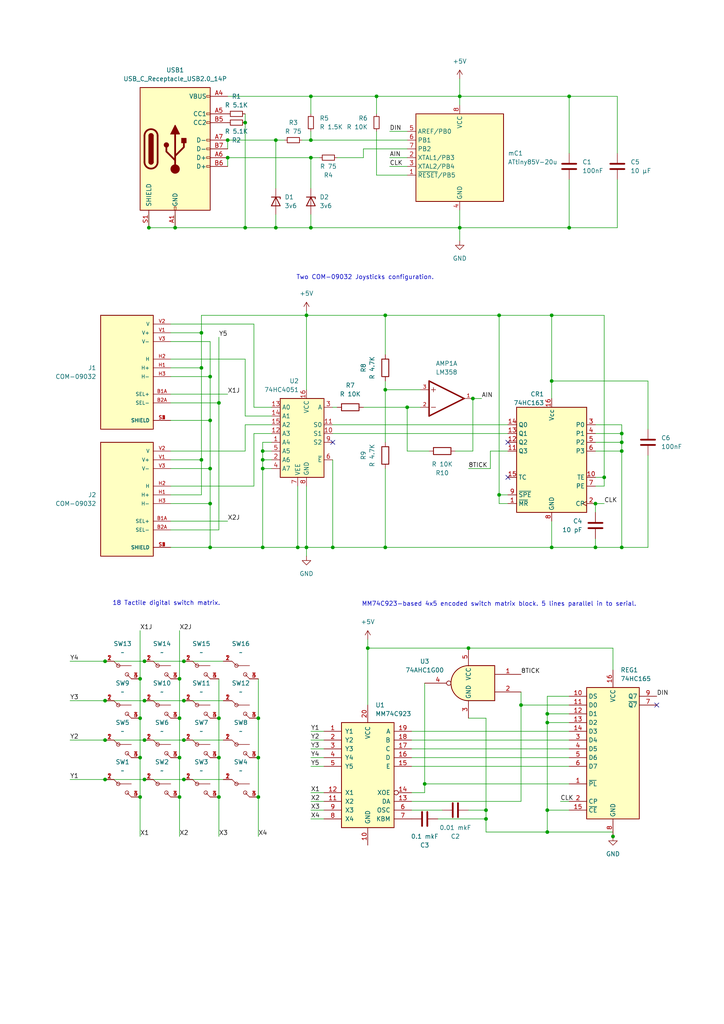
<source format=kicad_sch>
(kicad_sch (version 20231120) (generator "eeschema") (generator_version "8.0")
  (paper "A4" portrait)
  (title_block (title "Open GamePad Controller Scheme"))
  (lib_symbols
    (symbol "74xGxx:74AHC1G00"
      (property "Reference" "U" (at -2.54 3.81 0))
      (property "Value" "74AHC1G00" (at 0 -3.81 0))
      (symbol "74AHC1G00_0_1"
        (arc (start 0 -5.08) (mid 5.0579 0) (end 0 5.08) (stroke (width 0.254)) (fill (type background)))
        (polyline (pts (xy 0 -5.08) (xy -7.62 -5.08) (xy -7.62 5.08) (xy 0 5.08)) (stroke (width 0.254)) (fill (type background)))
      )
      (symbol "74AHC1G00_1_1"
        (pin input line (at -15.24 2.54 0) (length 7.62) (name "~") (number "1"))
        (pin input line (at -15.24 -2.54 0) (length 7.62) (name "~") (number "2"))
        (pin power_in line (at 0 -10.16 90) (length 5.08) (name "GND") (number "3"))
        (pin output inverted (at 12.7 0 180) (length 7.62) (name "~") (number "4"))
        (pin power_in line (at 0 10.16 270) (length 5.08) (name "VCC") (number "5"))
      )
    )
    (symbol "74xx:74HC165"
      (property "Reference" "U" (at -7.62 19.05 0))
      (property "Value" "74HC165" (at -7.62 -21.59 0))
      (symbol "74HC165_1_0"
        (pin input line (at -12.7 -10.16 0) (length 5.08) (name "~{PL}") (number "1"))
        (pin input line (at -12.7 15.24 0) (length 5.08) (name "DS") (number "10"))
        (pin input line (at -12.7 12.7 0) (length 5.08) (name "D0") (number "11"))
        (pin input line (at -12.7 10.16 0) (length 5.08) (name "D1") (number "12"))
        (pin input line (at -12.7 7.62 0) (length 5.08) (name "D2") (number "13"))
        (pin input line (at -12.7 5.08 0) (length 5.08) (name "D3") (number "14"))
        (pin input line (at -12.7 -17.78 0) (length 5.08) (name "~{CE}") (number "15"))
        (pin power_in line (at 0 22.86 270) (length 5.08) (name "VCC") (number "16"))
        (pin input line (at -12.7 -15.24 0) (length 5.08) (name "CP") (number "2"))
        (pin input line (at -12.7 2.54 0) (length 5.08) (name "D4") (number "3"))
        (pin input line (at -12.7 0 0) (length 5.08) (name "D5") (number "4"))
        (pin input line (at -12.7 -2.54 0) (length 5.08) (name "D6") (number "5"))
        (pin input line (at -12.7 -5.08 0) (length 5.08) (name "D7") (number "6"))
        (pin output line (at 12.7 12.7 180) (length 5.08) (name "~{Q7}") (number "7"))
        (pin power_in line (at 0 -25.4 90) (length 5.08) (name "GND") (number "8"))
        (pin output line (at 12.7 15.24 180) (length 5.08) (name "Q7") (number "9"))
      )
      (symbol "74HC165_1_1"
        (rectangle (start -7.62 17.78) (end 7.62 -20.32) (stroke (width 0.254)) (fill (type background)))
      )
    )
    (symbol "74xx:74HC4051"
      (property "Reference" "U" (at -5.08 11.43 0))
      (property "Value" "74HC4051" (at -7.62 -13.97 0))
      (symbol "74HC4051_0_1"
        (rectangle (start -5.08 10.16) (end 7.62 -12.7) (stroke (width 0.254)) (fill (type background)))
      )
      (symbol "74HC4051_1_1"
        (pin passive line (at 10.16 -2.54 180) (length 2.54) (name "A4") (number "1"))
        (pin input line (at -7.62 0 0) (length 2.54) (name "S1") (number "10"))
        (pin input line (at -7.62 2.54 0) (length 2.54) (name "S0") (number "11"))
        (pin passive line (at 10.16 0 180) (length 2.54) (name "A3") (number "12"))
        (pin passive line (at 10.16 7.62 180) (length 2.54) (name "A0") (number "13"))
        (pin passive line (at 10.16 5.08 180) (length 2.54) (name "A1") (number "14"))
        (pin passive line (at 10.16 2.54 180) (length 2.54) (name "A2") (number "15"))
        (pin power_in line (at 0 12.7 270) (length 2.54) (name "VCC") (number "16"))
        (pin passive line (at 10.16 -7.62 180) (length 2.54) (name "A6") (number "2"))
        (pin passive line (at -7.62 7.62 0) (length 2.54) (name "A") (number "3"))
        (pin passive line (at 10.16 -10.16 180) (length 2.54) (name "A7") (number "4"))
        (pin passive line (at 10.16 -5.08 180) (length 2.54) (name "A5") (number "5"))
        (pin input line (at -7.62 -7.62 0) (length 2.54) (name "~{E}") (number "6"))
        (pin power_in line (at 2.54 -15.24 90) (length 2.54) (name "VEE") (number "7"))
        (pin power_in line (at 0 -15.24 90) (length 2.54) (name "GND") (number "8"))
        (pin input line (at -7.62 -2.54 0) (length 2.54) (name "S2") (number "9"))
      )
    )
    (symbol "74xx:MM74C923" (pin_names (offset 1.016))
      (property "Reference" "U" (at -7.62 16.51 0))
      (property "Value" "MM74C923" (at -7.62 -16.51 0))
      (symbol "MM74C923_1_0"
        (pin input line (at -12.7 12.7 0) (length 5.08) (name "Y1") (number "1"))
        (pin power_in line (at 0 -20.32 90) (length 5.08) (name "GND") (number "10"))
        (pin output line (at -12.7 -7.62 0) (length 5.08) (name "X2") (number "11"))
        (pin output line (at -12.7 -5.08 0) (length 5.08) (name "X1") (number "12"))
        (pin output line (at 12.7 -7.62 180) (length 5.08) (name "DA") (number "13"))
        (pin input inverted (at 12.7 -5.08 180) (length 5.08) (name "XOE") (number "14"))
        (pin tri_state line (at 12.7 2.54 180) (length 5.08) (name "E") (number "15"))
        (pin tri_state line (at 12.7 5.08 180) (length 5.08) (name "D") (number "16"))
        (pin tri_state line (at 12.7 7.62 180) (length 5.08) (name "C") (number "17"))
        (pin tri_state line (at 12.7 10.16 180) (length 5.08) (name "B") (number "18"))
        (pin tri_state line (at 12.7 12.7 180) (length 5.08) (name "A") (number "19"))
        (pin input line (at -12.7 10.16 0) (length 5.08) (name "Y2") (number "2"))
        (pin power_in line (at 0 20.32 270) (length 5.08) (name "VCC") (number "20"))
        (pin input line (at -12.7 7.62 0) (length 5.08) (name "Y3") (number "3"))
        (pin input line (at -12.7 5.08 0) (length 5.08) (name "Y4") (number "4"))
        (pin input line (at -12.7 2.54 0) (length 5.08) (name "Y5") (number "5"))
        (pin input line (at 12.7 -10.16 180) (length 5.08) (name "OSC") (number "6"))
        (pin input line (at 12.7 -12.7 180) (length 5.08) (name "KBM") (number "7"))
        (pin output line (at -12.7 -12.7 0) (length 5.08) (name "X4") (number "8"))
        (pin output line (at -12.7 -10.16 0) (length 5.08) (name "X3") (number "9"))
      )
      (symbol "MM74C923_1_1"
        (rectangle (start -7.62 15.24) (end 7.62 -15.24) (stroke (width 0.254)) (fill (type background)))
      )
    )
    (symbol "COM-09032:COM-09032" (pin_names (offset 1.016))
      (property "Reference" "U" (at -7.62 16.002 0))
      (property "Value" "COM-09032" (at -7.62 -20.32 0))
      (symbol "COM-09032_0_0"
        (rectangle (start -7.62 -17.78) (end 7.62 15.24) (stroke (width 0.254)) (fill (type background)))
        (pin passive line (at -12.7 -7.62 0) (length 5.08) (name "SEL+") (number "B1A"))
        (pin passive line (at -12.7 -10.16 0) (length 5.08) (name "SEL-") (number "B2A"))
        (pin passive line (at -12.7 0 0) (length 5.08) (name "H+") (number "H1"))
        (pin passive line (at -12.7 2.54 0) (length 5.08) (name "H") (number "H2"))
        (pin passive line (at -12.7 -2.54 0) (length 5.08) (name "H-") (number "H3"))
        (pin passive line (at -12.7 -15.24 0) (length 5.08) (name "SHIELD") (number "S1"))
        (pin passive line (at -12.7 -15.24 0) (length 5.08) (name "SHIELD") (number "S2"))
        (pin passive line (at -12.7 -15.24 0) (length 5.08) (name "SHIELD") (number "S3"))
        (pin passive line (at -12.7 -15.24 0) (length 5.08) (name "SHIELD") (number "S4"))
        (pin passive line (at -12.7 10.16 0) (length 5.08) (name "V+") (number "V1"))
        (pin passive line (at -12.7 12.7 0) (length 5.08) (name "V") (number "V2"))
        (pin passive line (at -12.7 7.62 0) (length 5.08) (name "V-") (number "V3"))
      )
    )
    (symbol "Connector:USB_C_Receptacle_USB2.0_14P" (pin_names (offset 1.016))
      (property "Reference" "J" (at 0 22.225 0))
      (property "Value" "USB_C_Receptacle_USB2.0_14P" (at 0 19.685 0))
      (symbol "USB_C_Receptacle_USB2.0_14P_0_0"
        (rectangle (start -0.254 -17.78) (end 0.254 -16.764))
        (rectangle (start 10.16 -4.826) (end 9.144 -5.334))
        (rectangle (start 10.16 -2.286) (end 9.144 -2.794))
        (rectangle (start 10.16 0.254) (end 9.144 -0.254))
        (rectangle (start 10.16 2.794) (end 9.144 2.286))
        (rectangle (start 10.16 7.874) (end 9.144 7.366))
        (rectangle (start 10.16 10.414) (end 9.144 9.906))
        (rectangle (start 10.16 15.494) (end 9.144 14.986))
      )
      (symbol "USB_C_Receptacle_USB2.0_14P_0_1"
        (rectangle (start -10.16 17.78) (end 10.16 -17.78) (stroke (width 0.254)) (fill (type background)))
        (arc (start -8.89 -3.81) (mid -6.985 -5.7067) (end -5.08 -3.81) (stroke (width 0.508)))
        (arc (start -7.62 -3.81) (mid -6.985 -4.4423) (end -6.35 -3.81) (stroke (width 0.254)))
        (arc (start -7.62 -3.81) (mid -6.985 -4.4423) (end -6.35 -3.81) (stroke (width 0.254)) (fill (type outline)))
        (rectangle (start -7.62 -3.81) (end -6.35 3.81) (stroke (width 0.254)) (fill (type outline)))
        (arc (start -6.35 3.81) (mid -6.985 4.4423) (end -7.62 3.81) (stroke (width 0.254)))
        (arc (start -6.35 3.81) (mid -6.985 4.4423) (end -7.62 3.81) (stroke (width 0.254)) (fill (type outline)))
        (arc (start -5.08 3.81) (mid -6.985 5.7067) (end -8.89 3.81) (stroke (width 0.508)))
        (circle (center -2.54 1.143) (radius 0.635) (stroke (width 0.254)) (fill (type outline)))
        (circle (center 0 -5.842) (radius 1.27) (fill (type outline)))
        (polyline (pts (xy -8.89 -3.81) (xy -8.89 3.81)) (stroke (width 0.508)))
        (polyline (pts (xy -5.08 3.81) (xy -5.08 -3.81)) (stroke (width 0.508)))
        (polyline (pts (xy 0 -5.842) (xy 0 4.318)) (stroke (width 0.508)))
        (polyline (pts (xy 0 -3.302) (xy -2.54 -0.762) (xy -2.54 0.508)) (stroke (width 0.508)))
        (polyline (pts (xy 0 -2.032) (xy 2.54 0.508) (xy 2.54 1.778)) (stroke (width 0.508)))
        (polyline (pts (xy -1.27 4.318) (xy 0 6.858) (xy 1.27 4.318) (xy -1.27 4.318)) (stroke (width 0.254)) (fill (type outline)))
        (rectangle (start 1.905 1.778) (end 3.175 3.048) (stroke (width 0.254)) (fill (type outline)))
      )
      (symbol "USB_C_Receptacle_USB2.0_14P_1_1"
        (pin passive line (at 0 -22.86 90) (length 5.08) (name "GND") (number "A1"))
        (pin passive line (at 0 -22.86 90) (length 5.08) hide (name "GND") (number "A12"))
        (pin passive line (at 15.24 15.24 180) (length 5.08) (name "VBUS") (number "A4"))
        (pin bidirectional line (at 15.24 10.16 180) (length 5.08) (name "CC1") (number "A5"))
        (pin bidirectional line (at 15.24 -2.54 180) (length 5.08) (name "D+") (number "A6"))
        (pin bidirectional line (at 15.24 2.54 180) (length 5.08) (name "D-") (number "A7"))
        (pin passive line (at 15.24 15.24 180) (length 5.08) hide (name "VBUS") (number "A9"))
        (pin passive line (at 0 -22.86 90) (length 5.08) hide (name "GND") (number "B1"))
        (pin passive line (at 0 -22.86 90) (length 5.08) hide (name "GND") (number "B12"))
        (pin passive line (at 15.24 15.24 180) (length 5.08) hide (name "VBUS") (number "B4"))
        (pin bidirectional line (at 15.24 7.62 180) (length 5.08) (name "CC2") (number "B5"))
        (pin bidirectional line (at 15.24 -5.08 180) (length 5.08) (name "D+") (number "B6"))
        (pin bidirectional line (at 15.24 0 180) (length 5.08) (name "D-") (number "B7"))
        (pin passive line (at 15.24 15.24 180) (length 5.08) hide (name "VBUS") (number "B9"))
        (pin passive line (at -7.62 -22.86 90) (length 5.08) (name "SHIELD") (number "S1"))
      )
    )
    (symbol "Device:C" (pin_numbers hide) (pin_names (offset 0.254))
      (property "Reference" "C" (at 0.635 2.54 0))
      (property "Value" "C" (at 0.635 -2.54 0))
      (symbol "C_0_1"
        (polyline (pts (xy -2.032 -0.762) (xy 2.032 -0.762)) (stroke (width 0.508)))
        (polyline (pts (xy -2.032 0.762) (xy 2.032 0.762)) (stroke (width 0.508)))
      )
      (symbol "C_1_1"
        (pin passive line (at 0 3.81 270) (length 2.794) (name "~") (number "1"))
        (pin passive line (at 0 -3.81 90) (length 2.794) (name "~") (number "2"))
      )
    )
    (symbol "Device:R" (pin_numbers hide) (pin_names (offset 0))
      (property "Reference" "R" (at 2.032 0 90))
      (property "Value" "R" (at 0 0 90))
      (symbol "R_0_1"
        (rectangle (start -1.016 -2.54) (end 1.016 2.54) (stroke (width 0.254)))
      )
      (symbol "R_1_1"
        (pin passive line (at 0 3.81 270) (length 1.27) (name "~") (number "1"))
        (pin passive line (at 0 -3.81 90) (length 1.27) (name "~") (number "2"))
      )
    )
    (symbol "Device:R_Small" (pin_numbers hide) (pin_names (offset 0.254) hide)
      (property "Reference" "R" (at 0.762 0.508 0))
      (property "Value" "R_Small" (at 0.762 -1.016 0))
      (symbol "R_Small_0_1"
        (rectangle (start -0.762 1.778) (end 0.762 -1.778) (stroke (width 0.2032)))
      )
      (symbol "R_Small_1_1"
        (pin passive line (at 0 2.54 270) (length 0.762) (name "~") (number "1"))
        (pin passive line (at 0 -2.54 90) (length 0.762) (name "~") (number "2"))
      )
    )
    (symbol "Diode:BZV55B3V6" (pin_numbers hide) (pin_names hide)
      (property "Reference" "D" (at 0 2.54 0))
      (property "Value" "BZV55B3V6" (at 0 -2.54 0))
      (symbol "BZV55B3V6_0_1"
        (polyline (pts (xy 1.27 0) (xy -1.27 0)))
        (polyline (pts (xy -1.27 -1.27) (xy -1.27 1.27) (xy -0.762 1.27)) (stroke (width 0.254)))
        (polyline (pts (xy 1.27 -1.27) (xy 1.27 1.27) (xy -1.27 0) (xy 1.27 -1.27)) (stroke (width 0.254)))
      )
      (symbol "BZV55B3V6_1_1"
        (pin passive line (at -3.81 0 0) (length 2.54) (name "K") (number "1"))
        (pin passive line (at 3.81 0 180) (length 2.54) (name "A") (number "2"))
      )
    )
    (symbol "LM358:LM358" (pin_names (offset 1.016))
      (property "Reference" "U" (at 2.54 3.175 0))
      (property "Value" "LM358" (at 2.54 -5.08 0))
      (symbol "LM358_1_0"
        (polyline (pts (xy -5.08 -5.08) (xy 5.08 0)) (stroke (width 0.4064)))
        (polyline (pts (xy -5.08 5.08) (xy -5.08 -5.08)) (stroke (width 0.4064)))
        (polyline (pts (xy -4.445 -2.54) (xy -3.175 -2.54)) (stroke (width 0.1524)))
        (polyline (pts (xy -4.445 2.54) (xy -3.175 2.54)) (stroke (width 0.1524)))
        (polyline (pts (xy -3.81 3.175) (xy -3.81 1.905)) (stroke (width 0.1524)))
        (polyline (pts (xy 5.08 0) (xy -5.08 5.08)) (stroke (width 0.4064)))
        (pin output line (at 7.62 0 180) (length 2.54) (name "~") (number "1"))
        (pin input line (at -7.62 -2.54 0) (length 2.54) (name "~") (number "2"))
        (pin input line (at -7.62 2.54 0) (length 2.54) (name "~") (number "3"))
      )
      (symbol "LM358_2_0"
        (polyline (pts (xy -5.08 -5.08) (xy 5.08 0)) (stroke (width 0.4064)))
        (polyline (pts (xy -5.08 5.08) (xy -5.08 -5.08)) (stroke (width 0.4064)))
        (polyline (pts (xy -4.445 -2.54) (xy -3.175 -2.54)) (stroke (width 0.1524)))
        (polyline (pts (xy -4.445 2.54) (xy -3.175 2.54)) (stroke (width 0.1524)))
        (polyline (pts (xy -3.81 3.175) (xy -3.81 1.905)) (stroke (width 0.1524)))
        (polyline (pts (xy 5.08 0) (xy -5.08 5.08)) (stroke (width 0.4064)))
        (pin input line (at -7.62 2.54 0) (length 2.54) (name "~") (number "5"))
        (pin input line (at -7.62 -2.54 0) (length 2.54) (name "~") (number "6"))
        (pin output line (at 7.62 0 180) (length 2.54) (name "~") (number "7"))
      )
      (symbol "LM358_3_0"
        (text "V+" (at 1.27 3.175 900) (effects (font (size 0.8128 0.8128)) (justify left bottom)))
        (text "V-" (at 1.27 -4.445 900) (effects (font (size 0.8128 0.8128)) (justify left bottom)))
        (pin power_in line (at 0 -7.62 90) (length 5.08) (name "~") (number "4"))
        (pin power_in line (at 0 7.62 270) (length 5.08) (name "~") (number "8"))
      )
    )
    (symbol "MCU_Microchip_ATtiny:ATtiny85V-10S"
      (property "Reference" "U" (at -12.7 13.97 0))
      (property "Value" "ATtiny85V-10S" (at 2.54 -13.97 0))
      (symbol "ATtiny85V-10S_0_1"
        (rectangle (start -12.7 -12.7) (end 12.7 12.7) (stroke (width 0.254)) (fill (type background)))
      )
      (symbol "ATtiny85V-10S_1_1"
        (pin bidirectional line (at 15.24 -5.08 180) (length 2.54) (name "~{RESET}/PB5") (number "1"))
        (pin bidirectional line (at 15.24 0 180) (length 2.54) (name "XTAL1/PB3") (number "2"))
        (pin bidirectional line (at 15.24 -2.54 180) (length 2.54) (name "XTAL2/PB4") (number "3"))
        (pin power_in line (at 0 -15.24 90) (length 2.54) (name "GND") (number "4"))
        (pin bidirectional line (at 15.24 7.62 180) (length 2.54) (name "AREF/PB0") (number "5"))
        (pin bidirectional line (at 15.24 5.08 180) (length 2.54) (name "PB1") (number "6"))
        (pin bidirectional line (at 15.24 2.54 180) (length 2.54) (name "PB2") (number "7"))
        (pin power_in line (at 0 15.24 270) (length 2.54) (name "VCC") (number "8"))
      )
    )
    (symbol "custom:74HC163"
      (property "Reference" "CR" (at -3.556 20.574 0))
      (symbol "74HC163_1_1"
        (rectangle (start -10.16 15.24) (end 10.16 -15.24) (stroke (width 0.254)) (fill (type background)))
        (pin input line (at 12.7 -12.7 180) (length 2.54) (name "~{MR}") (number "1"))
        (pin input line (at -12.7 -5.08 0) (length 2.54) (name "TE") (number "10"))
        (pin output line (at 12.7 2.54 180) (length 2.54) (name "Q3") (number "11"))
        (pin output line (at 12.7 5.08 180) (length 2.54) (name "Q2") (number "12"))
        (pin output line (at 12.7 7.62 180) (length 2.54) (name "Q1") (number "13"))
        (pin output line (at 12.7 10.16 180) (length 2.54) (name "Q0") (number "14"))
        (pin input line (at 12.7 -5.08 180) (length 2.54) (name "TC") (number "15"))
        (pin power_in line (at 0 17.78 270) (length 2.54) (name "Vcc") (number "16"))
        (pin input clock (at -12.7 -12.7 0) (length 2.54) (name "CP") (number "2"))
        (pin input line (at -12.7 10.16 0) (length 2.54) (name "P0") (number "3"))
        (pin input line (at -12.7 7.62 0) (length 2.54) (name "P1") (number "4"))
        (pin input line (at -12.7 5.08 0) (length 2.54) (name "P2") (number "5"))
        (pin input line (at -12.7 2.54 0) (length 2.54) (name "P3") (number "6"))
        (pin input line (at -12.7 -7.62 0) (length 2.54) (name "PE") (number "7"))
        (pin power_in line (at 0 -17.78 90) (length 2.54) (name "GND") (number "8"))
        (pin input line (at 12.7 -10.16 180) (length 2.54) (name "~{SPE}") (number "9"))
      )
    )
    (symbol "custom:SW_SPST_45_DEG" (pin_names (offset 0) hide)
      (property "Reference" "SW" (at 0.508 2.286 0))
      (property "Value" "SW_SPST_45_DEG" (at 0 0 0))
      (symbol "SW_SPST_45_DEG_0_0"
        (circle (center -1.27 1.27) (radius 0.508))
        (circle (center 1.27 -1.27) (radius 0.508))
      )
      (symbol "SW_SPST_45_DEG_0_1"
        (polyline (pts (xy -2.54 2.54) (xy -1.27 1.27)))
        (polyline (pts (xy -1.27 1.27) (xy -1.27 1.27)))
        (polyline (pts (xy -1.27 1.27) (xy 2.54 1.27)))
        (polyline (pts (xy 2.54 -2.54) (xy 1.27 -1.27)))
      )
      (symbol "SW_SPST_45_DEG_1_1"
        (pin passive line (at -5.08 2.54 0) (length 2.54) (name "A") (number "1"))
        (pin passive line (at -5.08 2.54 0) (length 2.54) (name "A") (number "2"))
        (pin passive line (at 5.08 -2.54 180) (length 2.54) (name "B") (number "3"))
        (pin passive line (at 5.08 -2.54 180) (length 2.54) (name "B") (number "4"))
      )
    )
    (symbol "power:+5V" (power) (pin_numbers hide) (pin_names (offset 0) hide)
      (property "Value" "+5V" (at 0 3.556 0))
      (symbol "+5V_0_1"
        (polyline (pts (xy -0.762 1.27) (xy 0 2.54)))
        (polyline (pts (xy 0 0) (xy 0 2.54)))
        (polyline (pts (xy 0 2.54) (xy 0.762 1.27)))
      )
      (symbol "+5V_1_1"
        (pin power_in line (at 0 0 90) (length 0) (name "~") (number "1"))
      )
    )
    (symbol "power:GND" (power) (pin_numbers hide) (pin_names (offset 0) hide)
      (property "Value" "GND" (at 0 -3.81 0))
      (symbol "GND_0_1"
        (polyline (pts (xy 0 0) (xy 0 -1.27) (xy 1.27 -1.27) (xy 0 -2.54) (xy -1.27 -1.27) (xy 0 -1.27)))
      )
      (symbol "GND_1_1"
        (pin power_in line (at 0 0 270) (length 0) (name "~") (number "1"))
      )
    )
  )
  (junction (at 74.93 208.28))
  (junction (at 123.19 227.33))
  (junction (at 41.91 214.63))
  (junction (at 52.07 231.14))
  (junction (at 63.5 231.14))
  (junction (at 140.97 237.49))
  (junction (at 111.76 158.75))
  (junction (at 43.18 66.04))
  (junction (at 60.96 146.05))
  (junction (at 151.13 204.47))
  (junction (at 90.17 45.72))
  (junction (at 52.07 219.71))
  (junction (at 118.11 118.11))
  (junction (at 53.34 203.2))
  (junction (at 30.48 226.06))
  (junction (at 71.12 66.04))
  (junction (at 144.78 91.44))
  (junction (at 41.91 226.06))
  (junction (at 30.48 214.63))
  (junction (at 74.93 231.14))
  (junction (at 88.9 91.44))
  (junction (at 133.35 66.04))
  (junction (at 160.02 110.49))
  (junction (at 180.34 128.27))
  (junction (at 30.48 191.77))
  (junction (at 40.64 208.28))
  (junction (at 111.76 91.44))
  (junction (at 74.93 219.71))
  (junction (at 90.17 40.64))
  (junction (at 109.22 27.94))
  (junction (at 133.35 27.94))
  (junction (at 172.72 146.05))
  (junction (at 63.5 219.71))
  (junction (at 165.1 27.94))
  (junction (at 53.34 214.63))
  (junction (at 58.42 133.35))
  (junction (at 180.34 130.81))
  (junction (at 53.34 226.06))
  (junction (at 58.42 96.52))
  (junction (at 111.76 113.03))
  (junction (at 140.97 234.95))
  (junction (at 158.75 234.95))
  (junction (at 63.5 208.28))
  (junction (at 165.1 66.04))
  (junction (at 40.64 219.71))
  (junction (at 60.96 135.89))
  (junction (at 53.34 191.77))
  (junction (at 50.8 66.04))
  (junction (at 58.42 106.68))
  (junction (at 180.34 158.75))
  (junction (at 76.2 130.81))
  (junction (at 172.72 158.75))
  (junction (at 175.26 138.43))
  (junction (at 90.17 27.94))
  (junction (at 66.04 40.64))
  (junction (at 30.48 203.2))
  (junction (at 66.04 45.72))
  (junction (at 158.75 209.55))
  (junction (at 60.96 158.75))
  (junction (at 41.91 203.2))
  (junction (at 40.64 231.14))
  (junction (at 71.12 35.56))
  (junction (at 160.02 91.44))
  (junction (at 52.07 208.28))
  (junction (at 76.2 135.89))
  (junction (at 106.68 187.96))
  (junction (at 137.16 115.57))
  (junction (at 80.01 66.04))
  (junction (at 52.07 196.85))
  (junction (at 177.8 242.57))
  (junction (at 90.17 66.04))
  (junction (at 76.2 158.75))
  (junction (at 41.91 191.77))
  (junction (at 135.89 187.96))
  (junction (at 60.96 121.92))
  (junction (at 158.75 241.3))
  (junction (at 180.34 125.73))
  (junction (at 60.96 109.22))
  (junction (at 160.02 158.75))
  (junction (at 40.64 196.85))
  (junction (at 96.52 158.75))
  (junction (at 63.5 116.84))
  (junction (at 76.2 133.35))
  (junction (at 88.9 158.75))
  (junction (at 80.01 40.64))
  (junction (at 144.78 143.51))
  (junction (at 158.75 207.01))
  (junction (at 86.36 158.75))
  (no_connect (at 190.5 204.47))
  (no_connect (at 147.32 138.43))
  (no_connect (at 96.52 128.27))
  (no_connect (at 147.32 128.27))
  (wire (pts (xy 80.01 40.64) (xy 80.01 54.61)))
  (wire (pts (xy 20.32 226.06) (xy 30.48 226.06)))
  (wire (pts (xy 66.04 45.72) (xy 90.17 45.72)))
  (wire (pts (xy 66.04 40.64) (xy 66.04 43.18)))
  (wire (pts (xy 90.17 66.04) (xy 133.35 66.04)))
  (wire (pts (xy 96.52 118.11) (xy 97.79 118.11)))
  (wire (pts (xy 49.53 116.84) (xy 63.5 116.84)))
  (wire (pts (xy 165.1 234.95) (xy 158.75 234.95)))
  (wire (pts (xy 113.03 38.1) (xy 118.11 38.1)))
  (wire (pts (xy 137.16 115.57) (xy 139.7 115.57)))
  (wire (pts (xy 60.96 146.05) (xy 60.96 135.89)))
  (wire (pts (xy 165.1 27.94) (xy 179.07 27.94)))
  (wire (pts (xy 41.91 226.06) (xy 53.34 226.06)))
  (wire (pts (xy 53.34 191.77) (xy 64.77 191.77)))
  (wire (pts (xy 160.02 91.44) (xy 144.78 91.44)))
  (wire (pts (xy 60.96 99.06) (xy 49.53 99.06)))
  (wire (pts (xy 52.07 231.14) (xy 52.07 242.57)))
  (wire (pts (xy 158.75 234.95) (xy 158.75 209.55)))
  (wire (pts (xy 90.17 219.71) (xy 93.98 219.71)))
  (wire (pts (xy 53.34 203.2) (xy 64.77 203.2)))
  (wire (pts (xy 43.18 66.04) (xy 50.8 66.04)))
  (wire (pts (xy 76.2 130.81) (xy 76.2 133.35)))
  (wire (pts (xy 71.12 123.19) (xy 78.74 123.19)))
  (wire (pts (xy 119.38 229.87) (xy 123.19 229.87)))
  (wire (pts (xy 119.38 212.09) (xy 165.1 212.09)))
  (wire (pts (xy 71.12 66.04) (xy 80.01 66.04)))
  (wire (pts (xy 105.41 43.18) (xy 118.11 43.18)))
  (wire (pts (xy 90.17 62.23) (xy 90.17 66.04)))
  (wire (pts (xy 73.66 118.11) (xy 78.74 118.11)))
  (wire (pts (xy 135.89 234.95) (xy 140.97 234.95)))
  (wire (pts (xy 109.22 27.94) (xy 133.35 27.94)))
  (wire (pts (xy 49.53 93.98) (xy 73.66 93.98)))
  (wire (pts (xy 30.48 203.2) (xy 41.91 203.2)))
  (wire (pts (xy 76.2 135.89) (xy 78.74 135.89)))
  (wire (pts (xy 86.36 158.75) (xy 88.9 158.75)))
  (wire (pts (xy 113.03 48.26) (xy 118.11 48.26)))
  (wire (pts (xy 172.72 128.27) (xy 180.34 128.27)))
  (wire (pts (xy 119.38 219.71) (xy 165.1 219.71)))
  (wire (pts (xy 53.34 226.06) (xy 64.77 226.06)))
  (wire (pts (xy 49.53 114.3) (xy 66.04 114.3)))
  (wire (pts (xy 96.52 125.73) (xy 147.32 125.73)))
  (wire (pts (xy 90.17 232.41) (xy 93.98 232.41)))
  (wire (pts (xy 71.12 33.02) (xy 71.12 35.56)))
  (wire (pts (xy 60.96 135.89) (xy 60.96 121.92)))
  (wire (pts (xy 144.78 146.05) (xy 147.32 146.05)))
  (wire (pts (xy 71.12 104.14) (xy 71.12 120.65)))
  (wire (pts (xy 43.18 62.23) (xy 43.18 66.04)))
  (wire (pts (xy 135.89 208.28) (xy 140.97 208.28)))
  (wire (pts (xy 63.5 153.67) (xy 49.53 153.67)))
  (wire (pts (xy 180.34 125.73) (xy 180.34 123.19)))
  (wire (pts (xy 111.76 91.44) (xy 111.76 102.87)))
  (wire (pts (xy 123.19 229.87) (xy 123.19 227.33)))
  (wire (pts (xy 111.76 113.03) (xy 111.76 128.27)))
  (wire (pts (xy 66.04 27.94) (xy 90.17 27.94)))
  (wire (pts (xy 73.66 93.98) (xy 73.66 118.11)))
  (wire (pts (xy 144.78 91.44) (xy 111.76 91.44)))
  (wire (pts (xy 49.53 96.52) (xy 58.42 96.52)))
  (wire (pts (xy 90.17 217.17) (xy 93.98 217.17)))
  (wire (pts (xy 74.93 219.71) (xy 74.93 231.14)))
  (wire (pts (xy 162.56 232.41) (xy 165.1 232.41)))
  (wire (pts (xy 60.96 109.22) (xy 60.96 99.06)))
  (wire (pts (xy 90.17 27.94) (xy 109.22 27.94)))
  (wire (pts (xy 106.68 187.96) (xy 106.68 204.47)))
  (wire (pts (xy 158.75 201.93) (xy 158.75 207.01)))
  (wire (pts (xy 76.2 158.75) (xy 86.36 158.75)))
  (wire (pts (xy 49.53 121.92) (xy 60.96 121.92)))
  (wire (pts (xy 172.72 138.43) (xy 175.26 138.43)))
  (wire (pts (xy 175.26 91.44) (xy 160.02 91.44)))
  (wire (pts (xy 88.9 90.17) (xy 88.9 91.44)))
  (wire (pts (xy 165.1 27.94) (xy 133.35 27.94)))
  (wire (pts (xy 137.16 130.81) (xy 137.16 115.57)))
  (wire (pts (xy 142.24 130.81) (xy 147.32 130.81)))
  (wire (pts (xy 90.17 40.64) (xy 87.63 40.64)))
  (wire (pts (xy 109.22 38.1) (xy 109.22 50.8)))
  (wire (pts (xy 73.66 125.73) (xy 78.74 125.73)))
  (wire (pts (xy 133.35 66.04) (xy 133.35 69.85)))
  (wire (pts (xy 172.72 158.75) (xy 180.34 158.75)))
  (wire (pts (xy 78.74 128.27) (xy 76.2 128.27)))
  (wire (pts (xy 40.64 196.85) (xy 40.64 208.28)))
  (wire (pts (xy 40.64 208.28) (xy 40.64 219.71)))
  (wire (pts (xy 74.93 208.28) (xy 74.93 219.71)))
  (wire (pts (xy 88.9 140.97) (xy 88.9 158.75)))
  (wire (pts (xy 144.78 143.51) (xy 144.78 146.05)))
  (wire (pts (xy 90.17 45.72) (xy 92.71 45.72)))
  (wire (pts (xy 49.53 104.14) (xy 71.12 104.14)))
  (wire (pts (xy 80.01 40.64) (xy 66.04 40.64)))
  (wire (pts (xy 63.5 208.28) (xy 63.5 219.71)))
  (wire (pts (xy 140.97 208.28) (xy 140.97 234.95)))
  (wire (pts (xy 60.96 121.92) (xy 60.96 109.22)))
  (wire (pts (xy 187.96 132.08) (xy 187.96 158.75)))
  (wire (pts (xy 179.07 27.94) (xy 179.07 44.45)))
  (wire (pts (xy 40.64 219.71) (xy 40.64 231.14)))
  (wire (pts (xy 172.72 125.73) (xy 180.34 125.73)))
  (wire (pts (xy 106.68 187.96) (xy 135.89 187.96)))
  (wire (pts (xy 158.75 241.3) (xy 177.8 241.3)))
  (wire (pts (xy 71.12 120.65) (xy 78.74 120.65)))
  (wire (pts (xy 63.5 219.71) (xy 63.5 231.14)))
  (wire (pts (xy 118.11 130.81) (xy 118.11 118.11)))
  (wire (pts (xy 63.5 116.84) (xy 63.5 153.67)))
  (wire (pts (xy 158.75 234.95) (xy 158.75 241.3)))
  (wire (pts (xy 175.26 138.43) (xy 175.26 91.44)))
  (wire (pts (xy 165.1 44.45) (xy 165.1 27.94)))
  (wire (pts (xy 133.35 66.04) (xy 165.1 66.04)))
  (wire (pts (xy 135.89 135.89) (xy 142.24 135.89)))
  (wire (pts (xy 158.75 209.55) (xy 165.1 209.55)))
  (wire (pts (xy 52.07 208.28) (xy 52.07 219.71)))
  (wire (pts (xy 49.53 151.13) (xy 66.04 151.13)))
  (wire (pts (xy 90.17 27.94) (xy 90.17 33.02)))
  (wire (pts (xy 63.5 196.85) (xy 63.5 208.28)))
  (wire (pts (xy 158.75 201.93) (xy 165.1 201.93)))
  (wire (pts (xy 187.96 158.75) (xy 180.34 158.75)))
  (wire (pts (xy 172.72 146.05) (xy 172.72 148.59)))
  (wire (pts (xy 20.32 214.63) (xy 30.48 214.63)))
  (wire (pts (xy 76.2 128.27) (xy 76.2 130.81)))
  (wire (pts (xy 151.13 204.47) (xy 165.1 204.47)))
  (wire (pts (xy 66.04 45.72) (xy 66.04 48.26)))
  (wire (pts (xy 140.97 241.3) (xy 158.75 241.3)))
  (wire (pts (xy 20.32 203.2) (xy 30.48 203.2)))
  (wire (pts (xy 73.66 140.97) (xy 73.66 125.73)))
  (wire (pts (xy 160.02 158.75) (xy 160.02 151.13)))
  (wire (pts (xy 187.96 110.49) (xy 160.02 110.49)))
  (wire (pts (xy 172.72 140.97) (xy 175.26 140.97)))
  (wire (pts (xy 165.1 66.04) (xy 179.07 66.04)))
  (wire (pts (xy 74.93 231.14) (xy 74.93 242.57)))
  (wire (pts (xy 90.17 214.63) (xy 93.98 214.63)))
  (wire (pts (xy 118.11 118.11) (xy 121.92 118.11)))
  (wire (pts (xy 63.5 97.79) (xy 63.5 116.84)))
  (wire (pts (xy 172.72 130.81) (xy 180.34 130.81)))
  (wire (pts (xy 127 237.49) (xy 140.97 237.49)))
  (wire (pts (xy 187.96 124.46) (xy 187.96 110.49)))
  (wire (pts (xy 119.38 222.25) (xy 165.1 222.25)))
  (wire (pts (xy 41.91 191.77) (xy 53.34 191.77)))
  (wire (pts (xy 151.13 200.66) (xy 151.13 204.47)))
  (wire (pts (xy 142.24 135.89) (xy 142.24 130.81)))
  (wire (pts (xy 58.42 106.68) (xy 49.53 106.68)))
  (wire (pts (xy 52.07 182.88) (xy 52.07 196.85)))
  (wire (pts (xy 88.9 158.75) (xy 96.52 158.75)))
  (wire (pts (xy 175.26 140.97) (xy 175.26 138.43)))
  (wire (pts (xy 105.41 45.72) (xy 105.41 43.18)))
  (wire (pts (xy 111.76 113.03) (xy 121.92 113.03)))
  (wire (pts (xy 147.32 143.51) (xy 144.78 143.51)))
  (wire (pts (xy 113.03 45.72) (xy 118.11 45.72)))
  (wire (pts (xy 60.96 135.89) (xy 49.53 135.89)))
  (wire (pts (xy 82.55 40.64) (xy 80.01 40.64)))
  (wire (pts (xy 50.8 62.23) (xy 50.8 66.04)))
  (wire (pts (xy 172.72 146.05) (xy 175.26 146.05)))
  (wire (pts (xy 90.17 222.25) (xy 93.98 222.25)))
  (wire (pts (xy 180.34 158.75) (xy 180.34 130.81)))
  (wire (pts (xy 109.22 50.8) (xy 118.11 50.8)))
  (wire (pts (xy 90.17 45.72) (xy 90.17 54.61)))
  (wire (pts (xy 119.38 214.63) (xy 165.1 214.63)))
  (wire (pts (xy 30.48 226.06) (xy 41.91 226.06)))
  (wire (pts (xy 119.38 217.17) (xy 165.1 217.17)))
  (wire (pts (xy 106.68 185.42) (xy 106.68 187.96)))
  (wire (pts (xy 128.27 234.95) (xy 119.38 234.95)))
  (wire (pts (xy 49.53 130.81) (xy 71.12 130.81)))
  (wire (pts (xy 76.2 130.81) (xy 78.74 130.81)))
  (wire (pts (xy 96.52 158.75) (xy 111.76 158.75)))
  (wire (pts (xy 158.75 209.55) (xy 158.75 207.01)))
  (wire (pts (xy 177.8 187.96) (xy 177.8 194.31)))
  (wire (pts (xy 144.78 143.51) (xy 144.78 91.44)))
  (wire (pts (xy 90.17 237.49) (xy 93.98 237.49)))
  (wire (pts (xy 76.2 135.89) (xy 76.2 158.75)))
  (wire (pts (xy 123.19 227.33) (xy 165.1 227.33)))
  (wire (pts (xy 63.5 231.14) (xy 63.5 242.57)))
  (wire (pts (xy 60.96 158.75) (xy 76.2 158.75)))
  (wire (pts (xy 132.08 130.81) (xy 137.16 130.81)))
  (wire (pts (xy 58.42 133.35) (xy 58.42 143.51)))
  (wire (pts (xy 124.46 130.81) (xy 118.11 130.81)))
  (wire (pts (xy 52.07 196.85) (xy 52.07 208.28)))
  (wire (pts (xy 49.53 140.97) (xy 73.66 140.97)))
  (wire (pts (xy 90.17 38.1) (xy 90.17 40.64)))
  (wire (pts (xy 58.42 106.68) (xy 58.42 133.35)))
  (wire (pts (xy 180.34 130.81) (xy 180.34 128.27)))
  (wire (pts (xy 58.42 91.44) (xy 58.42 96.52)))
  (wire (pts (xy 76.2 133.35) (xy 78.74 133.35)))
  (wire (pts (xy 96.52 123.19) (xy 147.32 123.19)))
  (wire (pts (xy 111.76 135.89) (xy 111.76 158.75)))
  (wire (pts (xy 80.01 62.23) (xy 80.01 66.04)))
  (wire (pts (xy 160.02 110.49) (xy 160.02 91.44)))
  (wire (pts (xy 71.12 35.56) (xy 71.12 66.04)))
  (wire (pts (xy 88.9 91.44) (xy 88.9 113.03)))
  (wire (pts (xy 133.35 66.04) (xy 133.35 60.96)))
  (wire (pts (xy 135.89 187.96) (xy 177.8 187.96)))
  (wire (pts (xy 90.17 40.64) (xy 118.11 40.64)))
  (wire (pts (xy 40.64 182.88) (xy 40.64 196.85)))
  (wire (pts (xy 60.96 158.75) (xy 60.96 146.05)))
  (wire (pts (xy 158.75 207.01) (xy 165.1 207.01)))
  (wire (pts (xy 172.72 156.21) (xy 172.72 158.75)))
  (wire (pts (xy 179.07 52.07) (xy 179.07 66.04)))
  (wire (pts (xy 140.97 237.49) (xy 140.97 241.3)))
  (wire (pts (xy 52.07 219.71) (xy 52.07 231.14)))
  (wire (pts (xy 111.76 158.75) (xy 160.02 158.75)))
  (wire (pts (xy 90.17 212.09) (xy 93.98 212.09)))
  (wire (pts (xy 111.76 91.44) (xy 88.9 91.44)))
  (wire (pts (xy 105.41 118.11) (xy 118.11 118.11)))
  (wire (pts (xy 90.17 234.95) (xy 93.98 234.95)))
  (wire (pts (xy 97.79 45.72) (xy 105.41 45.72)))
  (wire (pts (xy 140.97 234.95) (xy 140.97 237.49)))
  (wire (pts (xy 133.35 22.86) (xy 133.35 27.94)))
  (wire (pts (xy 76.2 133.35) (xy 76.2 135.89)))
  (wire (pts (xy 165.1 52.07) (xy 165.1 66.04)))
  (wire (pts (xy 160.02 158.75) (xy 172.72 158.75)))
  (wire (pts (xy 109.22 27.94) (xy 109.22 33.02)))
  (wire (pts (xy 49.53 158.75) (xy 60.96 158.75)))
  (wire (pts (xy 58.42 96.52) (xy 58.42 106.68)))
  (wire (pts (xy 58.42 133.35) (xy 49.53 133.35)))
  (wire (pts (xy 40.64 231.14) (xy 40.64 242.57)))
  (wire (pts (xy 119.38 232.41) (xy 151.13 232.41)))
  (wire (pts (xy 111.76 110.49) (xy 111.76 113.03)))
  (wire (pts (xy 151.13 204.47) (xy 151.13 232.41)))
  (wire (pts (xy 86.36 140.97) (xy 86.36 158.75)))
  (wire (pts (xy 30.48 214.63) (xy 41.91 214.63)))
  (wire (pts (xy 71.12 130.81) (xy 71.12 123.19)))
  (wire (pts (xy 180.34 123.19) (xy 172.72 123.19)))
  (wire (pts (xy 160.02 115.57) (xy 160.02 110.49)))
  (wire (pts (xy 133.35 27.94) (xy 133.35 30.48)))
  (wire (pts (xy 180.34 128.27) (xy 180.34 125.73)))
  (wire (pts (xy 123.19 198.12) (xy 123.19 227.33)))
  (wire (pts (xy 58.42 143.51) (xy 49.53 143.51)))
  (wire (pts (xy 58.42 91.44) (xy 88.9 91.44)))
  (wire (pts (xy 41.91 203.2) (xy 53.34 203.2)))
  (wire (pts (xy 41.91 214.63) (xy 53.34 214.63)))
  (wire (pts (xy 90.17 229.87) (xy 93.98 229.87)))
  (wire (pts (xy 96.52 133.35) (xy 96.52 158.75)))
  (wire (pts (xy 50.8 66.04) (xy 71.12 66.04)))
  (wire (pts (xy 20.32 191.77) (xy 30.48 191.77)))
  (wire (pts (xy 60.96 109.22) (xy 49.53 109.22)))
  (wire (pts (xy 88.9 161.29) (xy 88.9 158.75)))
  (wire (pts (xy 30.48 191.77) (xy 41.91 191.77)))
  (wire (pts (xy 80.01 66.04) (xy 90.17 66.04)))
  (wire (pts (xy 74.93 196.85) (xy 74.93 208.28)))
  (wire (pts (xy 53.34 214.63) (xy 64.77 214.63)))
  (wire (pts (xy 177.8 241.3) (xy 177.8 242.57)))
  (wire (pts (xy 60.96 146.05) (xy 49.53 146.05)))
  (text "18 Tactile digital switch matrix." (at 48.26 175.006 0) (effects (font (size 1.27 1.27))))
  (text "MM74C923-based 4x5 encoded switch matrix block. 5 lines parallel in to serial." (at 144.78 175.26 0) (effects (font (size 1.27 1.27))))
  (text "Two COM-09032 Joysticks configuration." (at 105.918 80.518 0) (effects (font (size 1.27 1.27))))
  (label "X1" (at 90.17 229.87 0))
  (label "X2J" (at 66.04 151.13 0))
  (label "AIN" (at 113.03 45.72 0))
  (label "Y4" (at 20.32 191.77 0))
  (label "8TICK" (at 135.89 135.89 0))
  (label "Y2" (at 90.17 214.63 0))
  (label "Y5" (at 90.17 222.25 0))
  (label "X4" (at 90.17 237.49 0))
  (label "X1J" (at 40.64 182.88 0))
  (label "X2J" (at 52.07 182.88 0))
  (label "CLK" (at 113.03 48.26 0))
  (label "X3" (at 63.5 242.57 0))
  (label "Y3" (at 20.32 203.2 0))
  (label "8TICK" (at 151.13 195.58 0))
  (label "X1" (at 40.64 242.57 0))
  (label "DIN" (at 190.5 201.93 0))
  (label "X2" (at 90.17 232.41 0))
  (label "Y1" (at 20.32 226.06 0))
  (label "Y3" (at 90.17 217.17 0))
  (label "X4" (at 74.93 242.57 0))
  (label "CLK" (at 162.56 232.41 0))
  (label "X1J" (at 66.04 114.3 0))
  (label "AIN" (at 139.7 115.57 0))
  (label "Y2" (at 20.32 214.63 0))
  (label "Y5" (at 63.5 97.79 0))
  (label "X3" (at 90.17 234.95 0))
  (label "DIN" (at 113.03 38.1 0))
  (label "Y1" (at 90.17 212.09 0))
  (label "CLK" (at 175.26 146.05 0))
  (label "X2" (at 52.07 242.57 0))
  (label "Y4" (at 90.17 219.71 0))
  (symbol (lib_id "custom:SW_SPST_45_DEG") (at 46.99 228.6 0) (unit 1)
    (property "Reference" "SW2" (at 46.99 220.98 0))
    (property "Value" "~" (at 46.99 223.52 0))
    (property "Footprint" "TS02-66-95-BK-260-LCR-D:SW_TS02-66-95-BK-260-LCR-D" (effects (hide yes)))
    (property "Description" "Single Pole Single Throw (SPST) switch 45 deg" (effects (hide yes)))
  )
  (symbol (lib_id "Device:C") (at 187.96 128.27 0) (unit 1)
    (property "Reference" "C6" (at 191.77 126.9999 0) (effects (justify left)))
    (property "Value" "100nF" (at 191.77 129.5399 0) (effects (justify left)))
    (property "Footprint" "Capacitor_SMD:C_0201_0603Metric" (effects (hide yes)))
    (property "Description" "Unpolarized capacitor" (effects (hide yes)))
  )
  (symbol (lib_id "MCU_Microchip_ATtiny:ATtiny85V-10S") (at 133.35 45.72 0) (mirror y) (unit 1)
    (property "Reference" "mC1" (at 147.32 44.4499 0) (effects (justify right)))
    (property "Value" "ATtiny85V-20u" (at 147.32 46.9899 0) (effects (justify right)))
    (property "Footprint" "Package_SO:SOIC-8W_5.3x5.3mm_P1.27mm" (effects (hide yes)))
    (property "Datasheet" "http://ww1.microchip.com/downloads/en/DeviceDoc/atmel-2586-avr-8-bit-microcontroller-attiny25-attiny45-attiny85_datasheet.pdf" (effects (hide yes)))
    (property "Description" "10MHz, 8kB Flash, 512B SRAM, 512B EEPROM, debugWIRE, SOIC-8W" (effects (hide yes)))
  )
  (symbol (lib_id "power:GND") (at 88.9 161.29 0) (unit 1)
    (property "Reference" "#PWR04" (effects (hide yes)))
    (property "Value" "GND" (at 88.9 166.37 0))
    (property "Description" "Power symbol creates a global label with name \"GND\" , ground" (effects (hide yes)))
  )
  (symbol (lib_id "custom:SW_SPST_45_DEG") (at 35.56 194.31 0) (unit 1)
    (property "Reference" "SW13" (at 35.56 186.69 0))
    (property "Value" "~" (at 35.56 189.23 0))
    (property "Footprint" "TS02-66-95-BK-260-LCR-D:SW_TS02-66-95-BK-260-LCR-D" (effects (hide yes)))
    (property "Description" "Single Pole Single Throw (SPST) switch 45 deg" (effects (hide yes)))
  )
  (symbol (lib_id "custom:SW_SPST_45_DEG") (at 58.42 228.6 0) (unit 1)
    (property "Reference" "SW3" (at 58.42 220.98 0))
    (property "Value" "~" (at 58.42 223.52 0))
    (property "Footprint" "TS02-66-95-BK-260-LCR-D:SW_TS02-66-95-BK-260-LCR-D" (effects (hide yes)))
    (property "Description" "Single Pole Single Throw (SPST) switch 45 deg" (effects (hide yes)))
  )
  (symbol (lib_id "74xx:74HC4051") (at 88.9 125.73 0) (mirror y) (unit 1)
    (property "Reference" "U2" (at 86.7059 110.49 0) (effects (justify left)))
    (property "Value" "74HC4051" (at 86.7059 113.03 0) (effects (justify left)))
    (property "Footprint" "Package_SO:TSSOP-16_4.4x5mm_P0.65mm" (effects (hide yes)))
    (property "Datasheet" "http://www.ti.com/lit/ds/symlink/cd74hc4051.pdf" (effects (hide yes)))
    (property "Description" "8-channel analog multiplexer/demultiplexer, DIP-16/SOIC-16/TSSOP-16" (effects (hide yes)))
  )
  (symbol (lib_id "LM358:LM358") (at 129.54 115.57 0) (unit 1)
    (property "Reference" "AMP1" (at 129.54 105.41 0))
    (property "Value" "LM358" (at 129.54 107.95 0))
    (property "Footprint" "LM358:DIL8" (effects (hide yes)))
    (property "MF" "Texas Instruments" (effects (hide yes)))
    (property "Description_1" "\nOp Amp Dual Low Power Amplifier ±16V/32V 8-Pin TO-99 Tube\n" (effects (hide yes)))
    (property "Package" "None" (effects (hide yes)))
    (property "Price" "None" (effects (hide yes)))
    (property "SnapEDA_Link" "https://www.snapeda.com/parts/LM358/Texas+Instruments/view-part/?ref=snap" (effects (hide yes)))
    (property "MP" "LM358" (effects (hide yes)))
    (property "Purchase-URL" "https://www.snapeda.com/api/url_track_click_mouser/?unipart_id=11831622&manufacturer=Texas Instruments&part_name=LM358&search_term=None" (effects (hide yes)))
    (property "Availability" "Not in stock" (effects (hide yes)))
    (property "Check_prices" "https://www.snapeda.com/parts/LM358/Texas+Instruments/view-part/?ref=eda" (effects (hide yes)))
  )
  (symbol (lib_id "custom:SW_SPST_45_DEG") (at 69.85 228.6 0) (unit 1)
    (property "Reference" "SW4" (at 69.85 220.98 0))
    (property "Value" "~" (at 69.85 223.52 0))
    (property "Footprint" "TS02-66-95-BK-260-LCR-D:SW_TS02-66-95-BK-260-LCR-D" (effects (hide yes)))
    (property "Description" "Single Pole Single Throw (SPST) switch 45 deg" (effects (hide yes)))
  )
  (symbol (lib_id "custom:SW_SPST_45_DEG") (at 35.56 217.17 0) (unit 1)
    (property "Reference" "SW5" (at 35.56 209.55 0))
    (property "Value" "~" (at 35.56 212.09 0))
    (property "Footprint" "TS02-66-95-BK-260-LCR-D:SW_TS02-66-95-BK-260-LCR-D" (effects (hide yes)))
    (property "Description" "Single Pole Single Throw (SPST) switch 45 deg" (effects (hide yes)))
  )
  (symbol (lib_id "custom:SW_SPST_45_DEG") (at 46.99 205.74 0) (unit 1)
    (property "Reference" "SW10" (at 46.99 198.12 0))
    (property "Value" "~" (at 46.99 200.66 0))
    (property "Footprint" "TS02-66-95-BK-260-LCR-D:SW_TS02-66-95-BK-260-LCR-D" (effects (hide yes)))
    (property "Description" "Single Pole Single Throw (SPST) switch 45 deg" (effects (hide yes)))
  )
  (symbol (lib_id "custom:SW_SPST_45_DEG") (at 58.42 194.31 0) (unit 1)
    (property "Reference" "SW15" (at 58.42 186.69 0))
    (property "Value" "~" (at 58.42 189.23 0))
    (property "Footprint" "TS02-66-95-BK-260-LCR-D:SW_TS02-66-95-BK-260-LCR-D" (effects (hide yes)))
    (property "Description" "Single Pole Single Throw (SPST) switch 45 deg" (effects (hide yes)))
  )
  (symbol (lib_id "custom:74HC163") (at 160.02 133.35 0) (mirror y) (unit 1)
    (property "Reference" "CR1" (at 157.8259 114.3 0) (effects (justify left)))
    (property "Value" "74HC163" (at 157.8259 116.84 0) (effects (justify left)))
    (property "Footprint" "Package_SO:SOIC-16W_7.5x10.3mm_P1.27mm" (effects (hide yes)))
    (property "Description" "74HC161/74HCT161/74HC163/74HCT163 High-Speed CMOS Logic Presettable Counter" (effects (hide yes)))
  )
  (symbol (lib_id "74xx:MM74C923") (at 106.68 224.79 0) (unit 1)
    (property "Reference" "U1" (at 108.8741 204.47 0) (effects (justify left)))
    (property "Value" "MM74C923" (at 108.8741 207.01 0) (effects (justify left)))
    (property "Footprint" "Package_SO:SOIC-20W_7.5x12.8mm_P1.27mm" (effects (hide yes)))
    (property "Datasheet" "http://www.ti.com/lit/gpn/snMM74C923" (effects (hide yes)))
    (property "Description" "20-key encoder" (effects (hide yes)))
  )
  (symbol (lib_id "Diode:BZV55B3V6") (at 90.17 58.42 270) (unit 1)
    (property "Reference" "D2" (at 92.71 57.1499 90) (effects (justify left)))
    (property "Value" "3v6" (at 92.71 59.6899 90) (effects (justify left)))
    (property "Footprint" "Diode_SMD:D_MiniMELF" (effects (hide yes)))
    (property "Datasheet" "https://assets.nexperia.com/documents/data-sheet/BZV55_SER.pdf" (effects (hide yes)))
    (property "Description" "3.6V, 500mW, 2%, Zener diode, MiniMELF" (effects (hide yes)))
  )
  (symbol (lib_id "custom:SW_SPST_45_DEG") (at 58.42 205.74 0) (unit 1)
    (property "Reference" "SW11" (at 58.42 198.12 0))
    (property "Value" "~" (at 58.42 200.66 0))
    (property "Footprint" "TS02-66-95-BK-260-LCR-D:SW_TS02-66-95-BK-260-LCR-D" (effects (hide yes)))
    (property "Description" "Single Pole Single Throw (SPST) switch 45 deg" (effects (hide yes)))
  )
  (symbol (lib_id "custom:SW_SPST_45_DEG") (at 69.85 194.31 0) (unit 1)
    (property "Reference" "SW16" (at 69.85 186.69 0))
    (property "Value" "~" (at 69.85 189.23 0))
    (property "Footprint" "TS02-66-95-BK-260-LCR-D:SW_TS02-66-95-BK-260-LCR-D" (effects (hide yes)))
    (property "Description" "Single Pole Single Throw (SPST) switch 45 deg" (effects (hide yes)))
  )
  (symbol (lib_id "Device:R") (at 111.76 106.68 0) (unit 1)
    (property "Reference" "R8" (at 105.41 106.68 90))
    (property "Value" "R 4.7K" (at 107.95 106.68 90))
    (property "Footprint" "Resistor_SMD:R_0402_1005Metric" (effects (hide yes)))
    (property "Description" "Resistor" (effects (hide yes)))
  )
  (symbol (lib_id "Device:R_Small") (at 85.09 40.64 270) (unit 1)
    (property "Reference" "R3" (at 85.09 35.56 90))
    (property "Value" "R 75" (at 85.09 38.1 90))
    (property "Footprint" "Resistor_SMD:R_0402_1005Metric" (effects (hide yes)))
    (property "Description" "Resistor, small symbol" (effects (hide yes)))
  )
  (symbol (lib_id "Device:R_Small") (at 109.22 35.56 0) (mirror x) (unit 1)
    (property "Reference" "R6" (at 106.68 34.2899 0) (effects (justify right)))
    (property "Value" "R 10K" (at 106.68 36.8299 0) (effects (justify right)))
    (property "Footprint" "Resistor_SMD:R_0402_1005Metric" (effects (hide yes)))
    (property "Description" "Resistor, small symbol" (effects (hide yes)))
  )
  (symbol (lib_id "Device:C") (at 132.08 234.95 90) (mirror x) (unit 1)
    (property "Reference" "C2" (at 132.08 242.57 90))
    (property "Value" "0.01 mkF" (at 132.08 240.03 90))
    (property "Footprint" "Capacitor_SMD:C_0201_0603Metric" (effects (hide yes)))
    (property "Description" "Unpolarized capacitor" (effects (hide yes)))
  )
  (symbol (lib_id "custom:SW_SPST_45_DEG") (at 35.56 205.74 0) (unit 1)
    (property "Reference" "SW9" (at 35.56 198.12 0))
    (property "Value" "~" (at 35.56 200.66 0))
    (property "Footprint" "TS02-66-95-BK-260-LCR-D:SW_TS02-66-95-BK-260-LCR-D" (effects (hide yes)))
    (property "Description" "Single Pole Single Throw (SPST) switch 45 deg" (effects (hide yes)))
  )
  (symbol (lib_id "power:GND") (at 133.35 69.85 0) (unit 1)
    (property "Reference" "#PWR02" (effects (hide yes)))
    (property "Value" "GND" (at 133.35 74.93 0))
    (property "Description" "Power symbol creates a global label with name \"GND\" , ground" (effects (hide yes)))
  )
  (symbol (lib_id "custom:SW_SPST_45_DEG") (at 69.85 205.74 0) (unit 1)
    (property "Reference" "SW12" (at 69.85 198.12 0))
    (property "Value" "~" (at 69.85 200.66 0))
    (property "Footprint" "TS02-66-95-BK-260-LCR-D:SW_TS02-66-95-BK-260-LCR-D" (effects (hide yes)))
    (property "Description" "Single Pole Single Throw (SPST) switch 45 deg" (effects (hide yes)))
  )
  (symbol (lib_id "custom:SW_SPST_45_DEG") (at 46.99 217.17 0) (unit 1)
    (property "Reference" "SW6" (at 46.99 209.55 0))
    (property "Value" "~" (at 46.99 212.09 0))
    (property "Footprint" "TS02-66-95-BK-260-LCR-D:SW_TS02-66-95-BK-260-LCR-D" (effects (hide yes)))
    (property "Description" "Single Pole Single Throw (SPST) switch 45 deg" (effects (hide yes)))
  )
  (symbol (lib_id "Device:C") (at 179.07 48.26 0) (unit 1)
    (property "Reference" "C5" (at 182.88 46.9899 0) (effects (justify left)))
    (property "Value" "10 µF" (at 182.88 49.5299 0) (effects (justify left)))
    (property "Footprint" "Capacitor_SMD:C_0603_1608Metric" (effects (hide yes)))
    (property "Description" "Unpolarized capacitor" (effects (hide yes)))
  )
  (symbol (lib_id "Diode:BZV55B3V6") (at 80.01 58.42 270) (unit 1)
    (property "Reference" "D1" (at 82.55 57.1499 90) (effects (justify left)))
    (property "Value" "3v6" (at 82.55 59.6899 90) (effects (justify left)))
    (property "Footprint" "Diode_SMD:D_MiniMELF" (effects (hide yes)))
    (property "Datasheet" "https://assets.nexperia.com/documents/data-sheet/BZV55_SER.pdf" (effects (hide yes)))
    (property "Description" "3.6V, 500mW, 2%, Zener diode, MiniMELF" (effects (hide yes)))
  )
  (symbol (lib_id "74xx:74HC165") (at 177.8 217.17 0) (unit 1)
    (property "Reference" "REG1" (at 179.9941 194.31 0) (effects (justify left)))
    (property "Value" "74HC165" (at 179.9941 196.85 0) (effects (justify left)))
    (property "Footprint" "Package_SO:SOIC-16_3.9x9.9mm_P1.27mm" (effects (hide yes)))
    (property "Datasheet" "https://assets.nexperia.com/documents/data-sheet/74HC_HCT165.pdf" (effects (hide yes)))
    (property "Description" "Shift Register, 8-bit, Parallel Load" (effects (hide yes)))
  )
  (symbol (lib_id "Device:R") (at 128.27 130.81 270) (mirror x) (unit 1)
    (property "Reference" "R10" (at 128.27 137.16 90))
    (property "Value" "R 10K" (at 128.27 134.62 90))
    (property "Footprint" "Resistor_SMD:R_0805_2012Metric" (effects (hide yes)))
    (property "Description" "Resistor" (effects (hide yes)))
  )
  (symbol (lib_id "Device:R_Small") (at 95.25 45.72 270) (mirror x) (unit 1)
    (property "Reference" "R4" (at 95.25 50.8 90))
    (property "Value" "R 75" (at 95.25 48.26 90))
    (property "Footprint" "Resistor_SMD:R_0402_1005Metric" (effects (hide yes)))
    (property "Description" "Resistor, small symbol" (effects (hide yes)))
  )
  (symbol (lib_id "power:+5V") (at 106.68 185.42 0) (unit 1)
    (property "Reference" "#PWR05" (effects (hide yes)))
    (property "Value" "+5V" (at 106.68 180.34 0))
    (property "Description" "Power symbol creates a global label with name \"+5V\"" (effects (hide yes)))
  )
  (symbol (lib_id "custom:SW_SPST_45_DEG") (at 69.85 217.17 0) (unit 1)
    (property "Reference" "SW8" (at 69.85 209.55 0))
    (property "Value" "~" (at 69.85 212.09 0))
    (property "Footprint" "TS02-66-95-BK-260-LCR-D:SW_TS02-66-95-BK-260-LCR-D" (effects (hide yes)))
    (property "Description" "Single Pole Single Throw (SPST) switch 45 deg" (effects (hide yes)))
  )
  (symbol (lib_id "Device:R_Small") (at 68.58 33.02 270) (unit 1)
    (property "Reference" "R1" (at 68.58 27.94 90))
    (property "Value" "R 5.1K" (at 68.58 30.48 90))
    (property "Footprint" "Resistor_SMD:R_0402_1005Metric" (effects (hide yes)))
    (property "Description" "Resistor, small symbol" (effects (hide yes)))
  )
  (symbol (lib_id "Device:R") (at 101.6 118.11 270) (unit 1)
    (property "Reference" "R7" (at 101.6 111.76 90))
    (property "Value" "R 10K" (at 101.6 114.3 90))
    (property "Footprint" "Resistor_SMD:R_0402_1005Metric" (effects (hide yes)))
    (property "Description" "Resistor" (effects (hide yes)))
  )
  (symbol (lib_id "74xGxx:74AHC1G00") (at 135.89 198.12 0) (mirror y) (unit 1)
    (property "Reference" "U3" (at 123.19 191.8014 0))
    (property "Value" "74AHC1G00" (at 123.19 194.3414 0))
    (property "Footprint" "Package_TO_SOT_SMD:SOT-23-5" (effects (hide yes)))
    (property "Datasheet" "http://www.ti.com/lit/sg/scyt129e/scyt129e.pdf" (effects (hide yes)))
    (property "Description" "Single NAND Gate, Low-Voltage CMOS" (effects (hide yes)))
  )
  (symbol (lib_id "power:+5V") (at 133.35 22.86 0) (unit 1)
    (property "Reference" "#PWR01" (effects (hide yes)))
    (property "Value" "+5V" (at 133.35 17.78 0))
    (property "Description" "Power symbol creates a global label with name \"+5V\"" (effects (hide yes)))
  )
  (symbol (lib_id "custom:SW_SPST_45_DEG") (at 58.42 217.17 0) (unit 1)
    (property "Reference" "SW7" (at 58.42 209.55 0))
    (property "Value" "~" (at 58.42 212.09 0))
    (property "Footprint" "TS02-66-95-BK-260-LCR-D:SW_TS02-66-95-BK-260-LCR-D" (effects (hide yes)))
    (property "Description" "Single Pole Single Throw (SPST) switch 45 deg" (effects (hide yes)))
  )
  (symbol (lib_id "Device:C") (at 123.19 237.49 90) (mirror x) (unit 1)
    (property "Reference" "C3" (at 123.19 245.11 90))
    (property "Value" "0.1 mkF" (at 123.19 242.57 90))
    (property "Footprint" "Capacitor_SMD:C_0201_0603Metric" (effects (hide yes)))
    (property "Description" "Unpolarized capacitor" (effects (hide yes)))
  )
  (symbol (lib_id "Connector:USB_C_Receptacle_USB2.0_14P") (at 50.8 43.18 0) (unit 1)
    (property "Reference" "USB1" (at 50.8 20.32 0))
    (property "Value" "USB_C_Receptacle_USB2.0_14P" (at 50.8 22.86 0))
    (property "Footprint" "Connector_USB:USB_C_Receptacle_HCTL_HC-TYPE-C-16P-01A" (effects (hide yes)))
    (property "Datasheet" "https://www.usb.org/sites/default/files/documents/usb_type-c.zip" (effects (hide yes)))
    (property "Description" "USB 2.0-only 14P Type-C Receptacle connector" (effects (hide yes)))
  )
  (symbol (lib_id "Device:R_Small") (at 90.17 35.56 180) (unit 1)
    (property "Reference" "R5" (at 92.71 34.2899 0) (effects (justify right)))
    (property "Value" "R 1.5K" (at 92.71 36.8299 0) (effects (justify right)))
    (property "Footprint" "Resistor_SMD:R_0603_1608Metric" (effects (hide yes)))
    (property "Description" "Resistor, small symbol" (effects (hide yes)))
  )
  (symbol (lib_id "COM-09032:COM-09032") (at 36.83 143.51 0) (mirror y) (unit 1)
    (property "Reference" "J2" (at 27.94 143.5099 0) (effects (justify left)))
    (property "Value" "COM-09032" (at 27.94 146.0499 0) (effects (justify left)))
    (property "Footprint" "COM-09032:XDCR_COM-09032" (effects (hide yes)))
    (property "MF" "SparkFun Electronics" (effects (hide yes)))
    (property "MAXIMUM_PACKAGE_HEIGHT" "30.1mm" (effects (hide yes)))
    (property "Package" "Package" (effects (hide yes)))
    (property "Price" "None" (effects (hide yes)))
    (property "Check_prices" "https://www.snapeda.com/parts/COM-09032/SparkFun+Electronics/view-part/?ref=eda" (effects (hide yes)))
    (property "STANDARD" "Manufacturer Recommendations" (effects (hide yes)))
    (property "PARTREV" "N/A" (effects (hide yes)))
    (property "SnapEDA_Link" "https://www.snapeda.com/parts/COM-09032/SparkFun+Electronics/view-part/?ref=snap" (effects (hide yes)))
    (property "MP" "COM-09032" (effects (hide yes)))
    (property "Purchase-URL" "https://www.snapeda.com/api/url_track_click_mouser/?unipart_id=888157&manufacturer=SparkFun Electronics&part_name=COM-09032&search_term=None" (effects (hide yes)))
    (property "Description_1" "\nJoystick, 2 - Axis Analog (Resistive) Output\n" (effects (hide yes)))
    (property "Availability" "In Stock" (effects (hide yes)))
    (property "MANUFACTURER" "SparkFun Electronics" (effects (hide yes)))
  )
  (symbol (lib_id "custom:SW_SPST_45_DEG") (at 46.99 194.31 0) (unit 1)
    (property "Reference" "SW14" (at 46.99 186.69 0))
    (property "Value" "~" (at 46.99 189.23 0))
    (property "Footprint" "TS02-66-95-BK-260-LCR-D:SW_TS02-66-95-BK-260-LCR-D" (effects (hide yes)))
    (property "Description" "Single Pole Single Throw (SPST) switch 45 deg" (effects (hide yes)))
  )
  (symbol (lib_id "Device:C") (at 172.72 152.4 0) (mirror y) (unit 1)
    (property "Reference" "C4" (at 168.91 151.1299 0) (effects (justify left)))
    (property "Value" "10 pF" (at 168.91 153.6699 0) (effects (justify left)))
    (property "Footprint" "Capacitor_SMD:C_0201_0603Metric" (effects (hide yes)))
    (property "Description" "Unpolarized capacitor" (effects (hide yes)))
  )
  (symbol (lib_id "Device:R") (at 111.76 132.08 0) (unit 1)
    (property "Reference" "R9" (at 105.41 132.08 90))
    (property "Value" "R 4.7K" (at 107.95 132.08 90))
    (property "Footprint" "Resistor_SMD:R_0402_1005Metric" (effects (hide yes)))
    (property "Description" "Resistor" (effects (hide yes)))
  )
  (symbol (lib_id "COM-09032:COM-09032") (at 36.83 106.68 0) (mirror y) (unit 1)
    (property "Reference" "J1" (at 27.94 106.6799 0) (effects (justify left)))
    (property "Value" "COM-09032" (at 27.94 109.2199 0) (effects (justify left)))
    (property "Footprint" "COM-09032:XDCR_COM-09032" (effects (hide yes)))
    (property "MF" "SparkFun Electronics" (effects (hide yes)))
    (property "MAXIMUM_PACKAGE_HEIGHT" "30.1mm" (effects (hide yes)))
    (property "Package" "Package" (effects (hide yes)))
    (property "Price" "None" (effects (hide yes)))
    (property "Check_prices" "https://www.snapeda.com/parts/COM-09032/SparkFun+Electronics/view-part/?ref=eda" (effects (hide yes)))
    (property "STANDARD" "Manufacturer Recommendations" (effects (hide yes)))
    (property "PARTREV" "N/A" (effects (hide yes)))
    (property "SnapEDA_Link" "https://www.snapeda.com/parts/COM-09032/SparkFun+Electronics/view-part/?ref=snap" (effects (hide yes)))
    (property "MP" "COM-09032" (effects (hide yes)))
    (property "Purchase-URL" "https://www.snapeda.com/api/url_track_click_mouser/?unipart_id=888157&manufacturer=SparkFun Electronics&part_name=COM-09032&search_term=None" (effects (hide yes)))
    (property "Description_1" "\nJoystick, 2 - Axis Analog (Resistive) Output\n" (effects (hide yes)))
    (property "Availability" "In Stock" (effects (hide yes)))
    (property "MANUFACTURER" "SparkFun Electronics" (effects (hide yes)))
  )
  (symbol (lib_id "Device:C") (at 165.1 48.26 0) (unit 1)
    (property "Reference" "C1" (at 168.91 46.9899 0) (effects (justify left)))
    (property "Value" "100nF" (at 168.91 49.5299 0) (effects (justify left)))
    (property "Footprint" "Capacitor_SMD:C_0603_1608Metric" (effects (hide yes)))
    (property "Description" "Unpolarized capacitor" (effects (hide yes)))
  )
  (symbol (lib_id "power:+5V") (at 88.9 90.17 0) (unit 1)
    (property "Reference" "#PWR03" (effects (hide yes)))
    (property "Value" "+5V" (at 88.9 85.09 0))
    (property "Description" "Power symbol creates a global label with name \"+5V\"" (effects (hide yes)))
  )
  (symbol (lib_id "Device:R_Small") (at 68.58 35.56 270) (mirror x) (unit 1)
    (property "Reference" "R2" (at 68.58 40.64 90))
    (property "Value" "R 5.1K" (at 68.58 38.1 90))
    (property "Footprint" "Resistor_SMD:R_0402_1005Metric" (effects (hide yes)))
    (property "Description" "Resistor, small symbol" (effects (hide yes)))
  )
  (symbol (lib_id "power:GND") (at 177.8 242.57 0) (unit 1)
    (property "Reference" "#PWR07" (effects (hide yes)))
    (property "Value" "GND" (at 177.8 247.65 0))
    (property "Description" "Power symbol creates a global label with name \"GND\" , ground" (effects (hide yes)))
  )
  (symbol (lib_id "custom:SW_SPST_45_DEG") (at 35.56 228.6 0) (unit 1)
    (property "Reference" "SW1" (at 35.56 220.98 0))
    (property "Value" "~" (at 35.56 223.52 0))
    (property "Footprint" "TS02-66-95-BK-260-LCR-D:SW_TS02-66-95-BK-260-LCR-D" (effects (hide yes)))
    (property "Description" "Single Pole Single Throw (SPST) switch 45 deg" (effects (hide yes)))
  )
)
</source>
